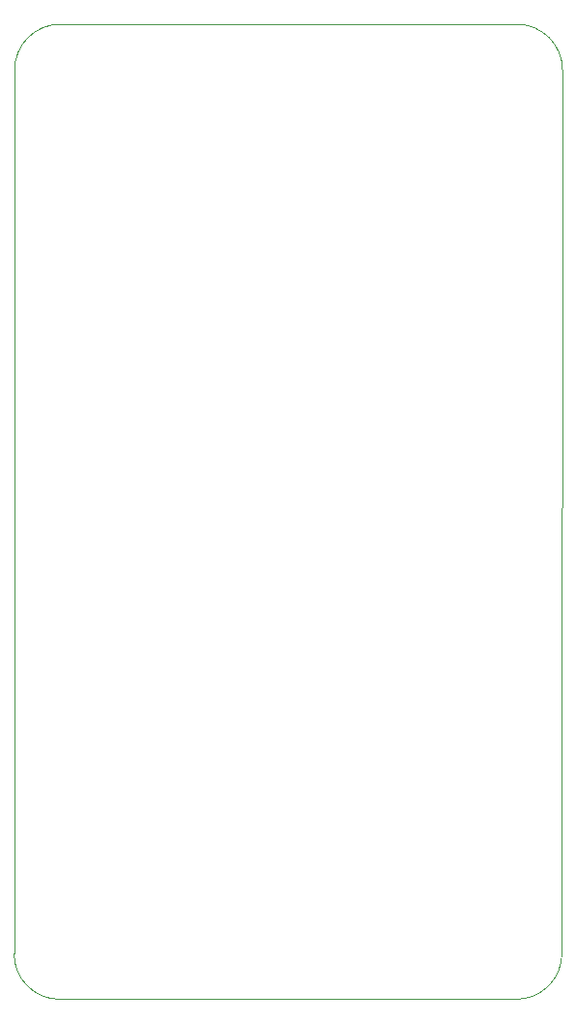
<source format=gbr>
%TF.GenerationSoftware,KiCad,Pcbnew,7.0.5*%
%TF.CreationDate,2023-07-17T20:29:58+05:30*%
%TF.ProjectId,Flight_Computer,466c6967-6874-45f4-936f-6d7075746572,rev?*%
%TF.SameCoordinates,Original*%
%TF.FileFunction,Profile,NP*%
%FSLAX46Y46*%
G04 Gerber Fmt 4.6, Leading zero omitted, Abs format (unit mm)*
G04 Created by KiCad (PCBNEW 7.0.5) date 2023-07-17 20:29:58*
%MOMM*%
%LPD*%
G01*
G04 APERTURE LIST*
%TA.AperFunction,Profile*%
%ADD10C,0.050000*%
%TD*%
G04 APERTURE END LIST*
D10*
X170950000Y-154300000D02*
X130950000Y-154300000D01*
X127000000Y-73000000D02*
X126950000Y-150300000D01*
X131000000Y-69000000D02*
G75*
G03*
X127000000Y-73000000I0J-4000000D01*
G01*
X170950000Y-154300000D02*
G75*
G03*
X174950000Y-150300000I0J4000000D01*
G01*
X126950000Y-150300000D02*
G75*
G03*
X130950000Y-154300000I4000000J0D01*
G01*
X175000000Y-73000000D02*
G75*
G03*
X171000000Y-69000000I-4000000J0D01*
G01*
X171000000Y-69000000D02*
X131000000Y-69000000D01*
X174950000Y-150300000D02*
X175000000Y-73000000D01*
M02*

</source>
